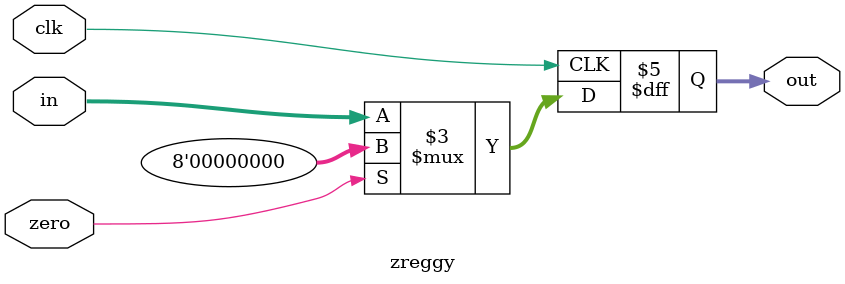
<source format=v>

/*
 * NAME
 *
 * zreggy - register of data that can be zeroed out
 *
 * DESCRIPTION
 *
 * Works the same as the 'reggy' module except that the
 * data can be zeroed.
 *
 *   wire       zero1;  // some external zero signal
 *   wire [7:0] in1;
 *   wire [7:0] out1;
 *
 *   sreggy #(.N(8)) r1(.clk(clk), .zero(zero1), .in(in1), .out(out1))
 *
 */

`ifndef _zreggy
`define _zreggy

module zreggy(
	input clk,
	input zero,
	input wire [N-1:0] in,
	output reg [N-1:0] out);

	parameter N = 8;

	always @(posedge clk) begin
		if (zero)
			out <= {N{1'b0}};
		else
			out <= in;
	end
endmodule

`endif

</source>
